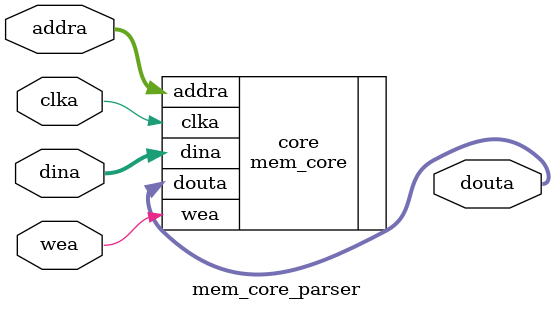
<source format=v>
`timescale 1ns / 1ps
module mem_core_parser(
	input clka,
	input wea,
   input [9: 0]addra,
   input [127: 0] dina,
	output [127: 0] douta
);

mem_core core (
  .clka(clka), // input clka
  .wea(wea), // input [0 : 0] wea
  .addra(addra), // input [9 : 0] addra
  .dina(dina), // input [127 : 0] dina
  .douta(douta) // output [127 : 0] douta
);

endmodule

</source>
